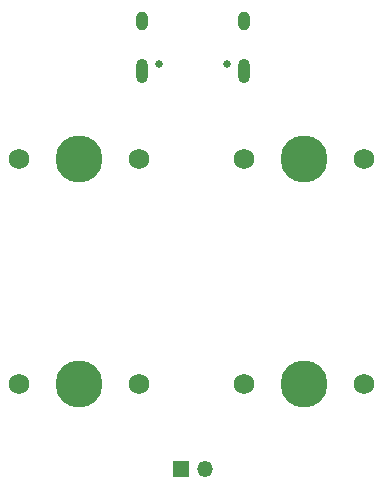
<source format=gts>
G04 #@! TF.GenerationSoftware,KiCad,Pcbnew,(6.0.0)*
G04 #@! TF.CreationDate,2022-01-14T23:04:14+01:00*
G04 #@! TF.ProjectId,pos,706f732e-6b69-4636-9164-5f7063625858,rev?*
G04 #@! TF.SameCoordinates,Original*
G04 #@! TF.FileFunction,Soldermask,Top*
G04 #@! TF.FilePolarity,Negative*
%FSLAX46Y46*%
G04 Gerber Fmt 4.6, Leading zero omitted, Abs format (unit mm)*
G04 Created by KiCad (PCBNEW (6.0.0)) date 2022-01-14 23:04:14*
%MOMM*%
%LPD*%
G01*
G04 APERTURE LIST*
%ADD10R,1.350000X1.350000*%
%ADD11O,1.350000X1.350000*%
%ADD12C,1.750000*%
%ADD13C,3.987800*%
%ADD14C,0.650000*%
%ADD15O,1.000000X1.600000*%
%ADD16O,1.000000X2.100000*%
G04 APERTURE END LIST*
D10*
X143573500Y-120713500D03*
D11*
X145573500Y-120713500D03*
D12*
X129857500Y-94456250D03*
D13*
X134937500Y-94456250D03*
D12*
X140017500Y-94456250D03*
D13*
X153987500Y-94456250D03*
D12*
X159067500Y-94456250D03*
X148907500Y-94456250D03*
D13*
X134937500Y-113506250D03*
D12*
X140017500Y-113506250D03*
X129857500Y-113506250D03*
X148907500Y-113506250D03*
D13*
X153987500Y-113506250D03*
D12*
X159067500Y-113506250D03*
D14*
X141636000Y-86420000D03*
X147416000Y-86420000D03*
D15*
X140206000Y-82770000D03*
D16*
X148846000Y-86950000D03*
D15*
X148846000Y-82770000D03*
D16*
X140206000Y-86950000D03*
M02*

</source>
